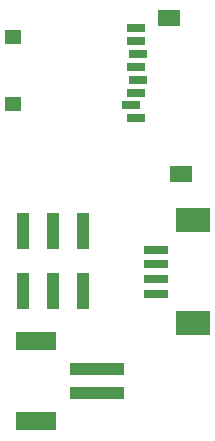
<source format=gbr>
G04 EAGLE Gerber RS-274X export*
G75*
%MOMM*%
%FSLAX34Y34*%
%LPD*%
%INSolderpaste Bottom*%
%IPPOS*%
%AMOC8*
5,1,8,0,0,1.08239X$1,22.5*%
G01*
%ADD10R,4.600000X1.000000*%
%ADD11R,3.400000X1.600000*%
%ADD12R,1.500000X0.800000*%
%ADD13R,1.900000X1.400000*%
%ADD14R,1.400000X1.300000*%
%ADD15R,1.000000X3.170000*%
%ADD16R,2.000000X0.800000*%
%ADD17R,3.000000X2.100000*%


D10*
X-153500Y-193200D03*
X-153500Y-213200D03*
D11*
X-205500Y-169200D03*
X-205500Y-237200D03*
D12*
X-120900Y18950D03*
X-124900Y29950D03*
X-120900Y40950D03*
X-118900Y51950D03*
X-120900Y62950D03*
X-118900Y73950D03*
X-120900Y84950D03*
X-120900Y95950D03*
D13*
X-82900Y-27650D03*
X-92900Y103850D03*
D14*
X-224400Y87850D03*
X-224400Y30850D03*
D15*
X-190500Y-127000D03*
X-190500Y-76200D03*
X-165100Y-76200D03*
X-165100Y-127000D03*
X-215900Y-127000D03*
X-215900Y-76200D03*
D16*
X-103994Y-91994D03*
X-103994Y-104494D03*
X-103994Y-116994D03*
X-103994Y-129494D03*
D17*
X-72744Y-66994D03*
X-72744Y-154494D03*
M02*

</source>
